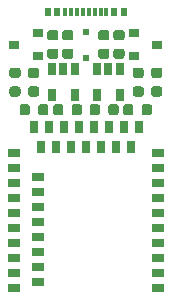
<source format=gtp>
G04 #@! TF.GenerationSoftware,KiCad,Pcbnew,(5.1.6)-1*
G04 #@! TF.CreationDate,2020-09-30T08:51:05+08:00*
G04 #@! TF.ProjectId,nrfmicro,6e72666d-6963-4726-9f2e-6b696361645f,rev?*
G04 #@! TF.SameCoordinates,Original*
G04 #@! TF.FileFunction,Paste,Top*
G04 #@! TF.FilePolarity,Positive*
%FSLAX46Y46*%
G04 Gerber Fmt 4.6, Leading zero omitted, Abs format (unit mm)*
G04 Created by KiCad (PCBNEW (5.1.6)-1) date 2020-09-30 08:51:05*
%MOMM*%
%LPD*%
G01*
G04 APERTURE LIST*
%ADD10R,0.650000X1.000000*%
%ADD11R,1.000000X0.650000*%
%ADD12R,0.300000X0.800000*%
%ADD13R,0.600000X0.800000*%
%ADD14R,0.500000X0.500000*%
%ADD15R,0.650000X1.060000*%
%ADD16R,0.900000X0.800000*%
G04 APERTURE END LIST*
D10*
X27743000Y-36062000D03*
X23933000Y-36062000D03*
X25203000Y-36062000D03*
X29013000Y-36062000D03*
X26473000Y-36062000D03*
X31553000Y-36062000D03*
X30283000Y-36062000D03*
D11*
X23679000Y-47492000D03*
X23679000Y-46222000D03*
X23679000Y-44952000D03*
X23679000Y-43682000D03*
X23679000Y-42412000D03*
X23679000Y-41142000D03*
X23679000Y-39872000D03*
D10*
X27110000Y-34351000D03*
X23300000Y-34351000D03*
X28380000Y-34351000D03*
X29650000Y-34351000D03*
X30920000Y-34351000D03*
X25840000Y-34351000D03*
X32190000Y-34351000D03*
X24570000Y-34351000D03*
D11*
X21601000Y-36570000D03*
X21601000Y-37840000D03*
X21601000Y-42920000D03*
X21601000Y-39110000D03*
X21601000Y-44190000D03*
X21601000Y-45460000D03*
X21601000Y-46730000D03*
X21601000Y-41650000D03*
X21601000Y-48000000D03*
X21601000Y-40380000D03*
X33839000Y-48000000D03*
X33839000Y-46730000D03*
X33839000Y-45460000D03*
X33839000Y-44190000D03*
X33839000Y-42920000D03*
X33839000Y-41650000D03*
X33839000Y-40380000D03*
X33839000Y-39110000D03*
X33839000Y-37840000D03*
X33839000Y-36570000D03*
X23679000Y-38602000D03*
D12*
X25971600Y-24600000D03*
X26471600Y-24600000D03*
X29471600Y-24600000D03*
X28971600Y-24600000D03*
X27971600Y-24600000D03*
X27471600Y-24600000D03*
X28471600Y-24600000D03*
X26971600Y-24600000D03*
D13*
X25321600Y-24600000D03*
X30121600Y-24600000D03*
X30921600Y-24600000D03*
X24521600Y-24600000D03*
D14*
X27721600Y-28545500D03*
X27721600Y-26345500D03*
D15*
X30576600Y-29457000D03*
X29626600Y-29457000D03*
X28676600Y-29457000D03*
X28676600Y-31657000D03*
X30576600Y-31657000D03*
X26766600Y-31657000D03*
X24866600Y-31657000D03*
X24866600Y-29457000D03*
X25816600Y-29457000D03*
X26766600Y-29457000D03*
G36*
G01*
X33325000Y-32643750D02*
X33325000Y-33156250D01*
G75*
G02*
X33106250Y-33375000I-218750J0D01*
G01*
X32668750Y-33375000D01*
G75*
G02*
X32450000Y-33156250I0J218750D01*
G01*
X32450000Y-32643750D01*
G75*
G02*
X32668750Y-32425000I218750J0D01*
G01*
X33106250Y-32425000D01*
G75*
G02*
X33325000Y-32643750I0J-218750D01*
G01*
G37*
G36*
G01*
X31750000Y-32643750D02*
X31750000Y-33156250D01*
G75*
G02*
X31531250Y-33375000I-218750J0D01*
G01*
X31093750Y-33375000D01*
G75*
G02*
X30875000Y-33156250I0J218750D01*
G01*
X30875000Y-32643750D01*
G75*
G02*
X31093750Y-32425000I218750J0D01*
G01*
X31531250Y-32425000D01*
G75*
G02*
X31750000Y-32643750I0J-218750D01*
G01*
G37*
G36*
G01*
X32406250Y-30225000D02*
X31893750Y-30225000D01*
G75*
G02*
X31675000Y-30006250I0J218750D01*
G01*
X31675000Y-29568750D01*
G75*
G02*
X31893750Y-29350000I218750J0D01*
G01*
X32406250Y-29350000D01*
G75*
G02*
X32625000Y-29568750I0J-218750D01*
G01*
X32625000Y-30006250D01*
G75*
G02*
X32406250Y-30225000I-218750J0D01*
G01*
G37*
G36*
G01*
X32406250Y-31800000D02*
X31893750Y-31800000D01*
G75*
G02*
X31675000Y-31581250I0J218750D01*
G01*
X31675000Y-31143750D01*
G75*
G02*
X31893750Y-30925000I218750J0D01*
G01*
X32406250Y-30925000D01*
G75*
G02*
X32625000Y-31143750I0J-218750D01*
G01*
X32625000Y-31581250D01*
G75*
G02*
X32406250Y-31800000I-218750J0D01*
G01*
G37*
G36*
G01*
X33981250Y-31800000D02*
X33468750Y-31800000D01*
G75*
G02*
X33250000Y-31581250I0J218750D01*
G01*
X33250000Y-31143750D01*
G75*
G02*
X33468750Y-30925000I218750J0D01*
G01*
X33981250Y-30925000D01*
G75*
G02*
X34200000Y-31143750I0J-218750D01*
G01*
X34200000Y-31581250D01*
G75*
G02*
X33981250Y-31800000I-218750J0D01*
G01*
G37*
G36*
G01*
X33981250Y-30225000D02*
X33468750Y-30225000D01*
G75*
G02*
X33250000Y-30006250I0J218750D01*
G01*
X33250000Y-29568750D01*
G75*
G02*
X33468750Y-29350000I218750J0D01*
G01*
X33981250Y-29350000D01*
G75*
G02*
X34200000Y-29568750I0J-218750D01*
G01*
X34200000Y-30006250D01*
G75*
G02*
X33981250Y-30225000I-218750J0D01*
G01*
G37*
G36*
G01*
X30268750Y-27725000D02*
X30781250Y-27725000D01*
G75*
G02*
X31000000Y-27943750I0J-218750D01*
G01*
X31000000Y-28381250D01*
G75*
G02*
X30781250Y-28600000I-218750J0D01*
G01*
X30268750Y-28600000D01*
G75*
G02*
X30050000Y-28381250I0J218750D01*
G01*
X30050000Y-27943750D01*
G75*
G02*
X30268750Y-27725000I218750J0D01*
G01*
G37*
G36*
G01*
X30268750Y-26150000D02*
X30781250Y-26150000D01*
G75*
G02*
X31000000Y-26368750I0J-218750D01*
G01*
X31000000Y-26806250D01*
G75*
G02*
X30781250Y-27025000I-218750J0D01*
G01*
X30268750Y-27025000D01*
G75*
G02*
X30050000Y-26806250I0J218750D01*
G01*
X30050000Y-26368750D01*
G75*
G02*
X30268750Y-26150000I218750J0D01*
G01*
G37*
D16*
X23669500Y-28334500D03*
X23669500Y-26434500D03*
X21669500Y-27384500D03*
G36*
G01*
X24671350Y-27732000D02*
X25183850Y-27732000D01*
G75*
G02*
X25402600Y-27950750I0J-218750D01*
G01*
X25402600Y-28388250D01*
G75*
G02*
X25183850Y-28607000I-218750J0D01*
G01*
X24671350Y-28607000D01*
G75*
G02*
X24452600Y-28388250I0J218750D01*
G01*
X24452600Y-27950750D01*
G75*
G02*
X24671350Y-27732000I218750J0D01*
G01*
G37*
G36*
G01*
X24671350Y-26157000D02*
X25183850Y-26157000D01*
G75*
G02*
X25402600Y-26375750I0J-218750D01*
G01*
X25402600Y-26813250D01*
G75*
G02*
X25183850Y-27032000I-218750J0D01*
G01*
X24671350Y-27032000D01*
G75*
G02*
X24452600Y-26813250I0J218750D01*
G01*
X24452600Y-26375750D01*
G75*
G02*
X24671350Y-26157000I218750J0D01*
G01*
G37*
G36*
G01*
X25941350Y-27732000D02*
X26453850Y-27732000D01*
G75*
G02*
X26672600Y-27950750I0J-218750D01*
G01*
X26672600Y-28388250D01*
G75*
G02*
X26453850Y-28607000I-218750J0D01*
G01*
X25941350Y-28607000D01*
G75*
G02*
X25722600Y-28388250I0J218750D01*
G01*
X25722600Y-27950750D01*
G75*
G02*
X25941350Y-27732000I218750J0D01*
G01*
G37*
G36*
G01*
X25941350Y-26157000D02*
X26453850Y-26157000D01*
G75*
G02*
X26672600Y-26375750I0J-218750D01*
G01*
X26672600Y-26813250D01*
G75*
G02*
X26453850Y-27032000I-218750J0D01*
G01*
X25941350Y-27032000D01*
G75*
G02*
X25722600Y-26813250I0J218750D01*
G01*
X25722600Y-26375750D01*
G75*
G02*
X25941350Y-26157000I218750J0D01*
G01*
G37*
G36*
G01*
X28989350Y-27732000D02*
X29501850Y-27732000D01*
G75*
G02*
X29720600Y-27950750I0J-218750D01*
G01*
X29720600Y-28388250D01*
G75*
G02*
X29501850Y-28607000I-218750J0D01*
G01*
X28989350Y-28607000D01*
G75*
G02*
X28770600Y-28388250I0J218750D01*
G01*
X28770600Y-27950750D01*
G75*
G02*
X28989350Y-27732000I218750J0D01*
G01*
G37*
G36*
G01*
X28989350Y-26157000D02*
X29501850Y-26157000D01*
G75*
G02*
X29720600Y-26375750I0J-218750D01*
G01*
X29720600Y-26813250D01*
G75*
G02*
X29501850Y-27032000I-218750J0D01*
G01*
X28989350Y-27032000D01*
G75*
G02*
X28770600Y-26813250I0J218750D01*
G01*
X28770600Y-26375750D01*
G75*
G02*
X28989350Y-26157000I218750J0D01*
G01*
G37*
G36*
G01*
X21981250Y-30225000D02*
X21468750Y-30225000D01*
G75*
G02*
X21250000Y-30006250I0J218750D01*
G01*
X21250000Y-29568750D01*
G75*
G02*
X21468750Y-29350000I218750J0D01*
G01*
X21981250Y-29350000D01*
G75*
G02*
X22200000Y-29568750I0J-218750D01*
G01*
X22200000Y-30006250D01*
G75*
G02*
X21981250Y-30225000I-218750J0D01*
G01*
G37*
G36*
G01*
X21981250Y-31800000D02*
X21468750Y-31800000D01*
G75*
G02*
X21250000Y-31581250I0J218750D01*
G01*
X21250000Y-31143750D01*
G75*
G02*
X21468750Y-30925000I218750J0D01*
G01*
X21981250Y-30925000D01*
G75*
G02*
X22200000Y-31143750I0J-218750D01*
G01*
X22200000Y-31581250D01*
G75*
G02*
X21981250Y-31800000I-218750J0D01*
G01*
G37*
G36*
G01*
X23556250Y-30225000D02*
X23043750Y-30225000D01*
G75*
G02*
X22825000Y-30006250I0J218750D01*
G01*
X22825000Y-29568750D01*
G75*
G02*
X23043750Y-29350000I218750J0D01*
G01*
X23556250Y-29350000D01*
G75*
G02*
X23775000Y-29568750I0J-218750D01*
G01*
X23775000Y-30006250D01*
G75*
G02*
X23556250Y-30225000I-218750J0D01*
G01*
G37*
G36*
G01*
X23556250Y-31800000D02*
X23043750Y-31800000D01*
G75*
G02*
X22825000Y-31581250I0J218750D01*
G01*
X22825000Y-31143750D01*
G75*
G02*
X23043750Y-30925000I218750J0D01*
G01*
X23556250Y-30925000D01*
G75*
G02*
X23775000Y-31143750I0J-218750D01*
G01*
X23775000Y-31581250D01*
G75*
G02*
X23556250Y-31800000I-218750J0D01*
G01*
G37*
X33766000Y-27384500D03*
X31766000Y-28334500D03*
X31766000Y-26434500D03*
G36*
G01*
X30500000Y-32643750D02*
X30500000Y-33156250D01*
G75*
G02*
X30281250Y-33375000I-218750J0D01*
G01*
X29843750Y-33375000D01*
G75*
G02*
X29625000Y-33156250I0J218750D01*
G01*
X29625000Y-32643750D01*
G75*
G02*
X29843750Y-32425000I218750J0D01*
G01*
X30281250Y-32425000D01*
G75*
G02*
X30500000Y-32643750I0J-218750D01*
G01*
G37*
G36*
G01*
X28925000Y-32643750D02*
X28925000Y-33156250D01*
G75*
G02*
X28706250Y-33375000I-218750J0D01*
G01*
X28268750Y-33375000D01*
G75*
G02*
X28050000Y-33156250I0J218750D01*
G01*
X28050000Y-32643750D01*
G75*
G02*
X28268750Y-32425000I218750J0D01*
G01*
X28706250Y-32425000D01*
G75*
G02*
X28925000Y-32643750I0J-218750D01*
G01*
G37*
G36*
G01*
X22112500Y-33156250D02*
X22112500Y-32643750D01*
G75*
G02*
X22331250Y-32425000I218750J0D01*
G01*
X22768750Y-32425000D01*
G75*
G02*
X22987500Y-32643750I0J-218750D01*
G01*
X22987500Y-33156250D01*
G75*
G02*
X22768750Y-33375000I-218750J0D01*
G01*
X22331250Y-33375000D01*
G75*
G02*
X22112500Y-33156250I0J218750D01*
G01*
G37*
G36*
G01*
X23687500Y-33156250D02*
X23687500Y-32643750D01*
G75*
G02*
X23906250Y-32425000I218750J0D01*
G01*
X24343750Y-32425000D01*
G75*
G02*
X24562500Y-32643750I0J-218750D01*
G01*
X24562500Y-33156250D01*
G75*
G02*
X24343750Y-33375000I-218750J0D01*
G01*
X23906250Y-33375000D01*
G75*
G02*
X23687500Y-33156250I0J218750D01*
G01*
G37*
G36*
G01*
X26525000Y-33156250D02*
X26525000Y-32643750D01*
G75*
G02*
X26743750Y-32425000I218750J0D01*
G01*
X27181250Y-32425000D01*
G75*
G02*
X27400000Y-32643750I0J-218750D01*
G01*
X27400000Y-33156250D01*
G75*
G02*
X27181250Y-33375000I-218750J0D01*
G01*
X26743750Y-33375000D01*
G75*
G02*
X26525000Y-33156250I0J218750D01*
G01*
G37*
G36*
G01*
X24950000Y-33156250D02*
X24950000Y-32643750D01*
G75*
G02*
X25168750Y-32425000I218750J0D01*
G01*
X25606250Y-32425000D01*
G75*
G02*
X25825000Y-32643750I0J-218750D01*
G01*
X25825000Y-33156250D01*
G75*
G02*
X25606250Y-33375000I-218750J0D01*
G01*
X25168750Y-33375000D01*
G75*
G02*
X24950000Y-33156250I0J218750D01*
G01*
G37*
M02*

</source>
